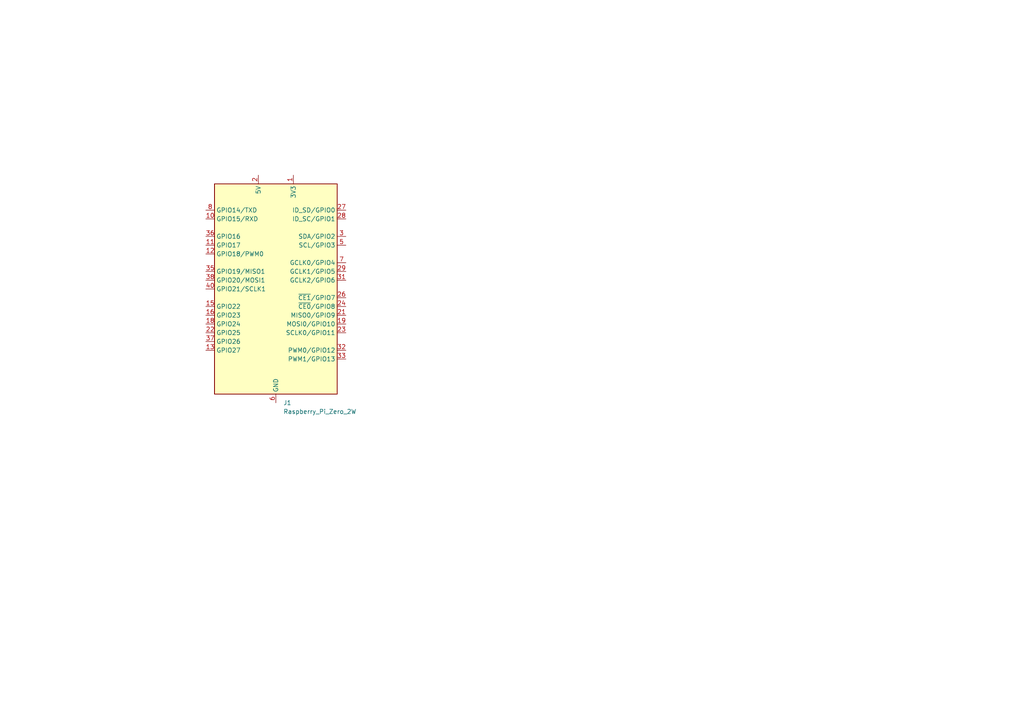
<source format=kicad_sch>
(kicad_sch (version 20250114) (generator "eeschema") (generator_version "9.0")
  (paper "A4")
  (lib_symbols
    (symbol "Connector:Raspberry_Pi_2_3"
      (property "Reference" "J" (at -17.78 31.75 0))
      (property "Value" "Raspberry_Pi_2_3" (at 10.16 -31.75 0))
      (symbol "Raspberry_Pi_2_3_0_1"
        (rectangle (start -17.78 30.48) (end 17.78 -30.48) (stroke (width 0.254)) (fill (type background)))
      )
      (symbol "Raspberry_Pi_2_3_1_1"
        (pin bidirectional line (at -20.32 22.86 0) (length 2.54) (name "GPIO14/TXD") (number "8"))
        (pin bidirectional line (at -20.32 20.32 0) (length 2.54) (name "GPIO15/RXD") (number "10"))
        (pin bidirectional line (at -20.32 15.24 0) (length 2.54) (name "GPIO16") (number "36"))
        (pin bidirectional line (at -20.32 12.7 0) (length 2.54) (name "GPIO17") (number "11"))
        (pin bidirectional line (at -20.32 10.16 0) (length 2.54) (name "GPIO18/PWM0") (number "12"))
        (pin bidirectional line (at -20.32 5.08 0) (length 2.54) (name "GPIO19/MISO1") (number "35"))
        (pin bidirectional line (at -20.32 2.54 0) (length 2.54) (name "GPIO20/MOSI1") (number "38"))
        (pin bidirectional line (at -20.32 0 0) (length 2.54) (name "GPIO21/SCLK1") (number "40"))
        (pin bidirectional line (at -20.32 -5.08 0) (length 2.54) (name "GPIO22") (number "15"))
        (pin bidirectional line (at -20.32 -7.62 0) (length 2.54) (name "GPIO23") (number "16"))
        (pin bidirectional line (at -20.32 -10.16 0) (length 2.54) (name "GPIO24") (number "18"))
        (pin bidirectional line (at -20.32 -12.7 0) (length 2.54) (name "GPIO25") (number "22"))
        (pin bidirectional line (at -20.32 -15.24 0) (length 2.54) (name "GPIO26") (number "37"))
        (pin bidirectional line (at -20.32 -17.78 0) (length 2.54) (name "GPIO27") (number "13"))
        (pin power_in line (at -5.08 33.02 270) (length 2.54) (name "5V") (number "2"))
        (pin passive line (at -5.08 33.02 270) (length 2.54) (hide yes) (name "5V") (number "4"))
        (pin passive line (at 0 -33.02 90) (length 2.54) (hide yes) (name "GND") (number "14"))
        (pin passive line (at 0 -33.02 90) (length 2.54) (hide yes) (name "GND") (number "20"))
        (pin passive line (at 0 -33.02 90) (length 2.54) (hide yes) (name "GND") (number "25"))
        (pin passive line (at 0 -33.02 90) (length 2.54) (hide yes) (name "GND") (number "30"))
        (pin passive line (at 0 -33.02 90) (length 2.54) (hide yes) (name "GND") (number "34"))
        (pin passive line (at 0 -33.02 90) (length 2.54) (hide yes) (name "GND") (number "39"))
        (pin power_in line (at 0 -33.02 90) (length 2.54) (name "GND") (number "6"))
        (pin passive line (at 0 -33.02 90) (length 2.54) (hide yes) (name "GND") (number "9"))
        (pin power_in line (at 5.08 33.02 270) (length 2.54) (name "3V3") (number "1"))
        (pin passive line (at 5.08 33.02 270) (length 2.54) (hide yes) (name "3V3") (number "17"))
        (pin bidirectional line (at 20.32 22.86 180) (length 2.54) (name "ID_SD/GPIO0") (number "27"))
        (pin bidirectional line (at 20.32 20.32 180) (length 2.54) (name "ID_SC/GPIO1") (number "28"))
        (pin bidirectional line (at 20.32 15.24 180) (length 2.54) (name "SDA/GPIO2") (number "3"))
        (pin bidirectional line (at 20.32 12.7 180) (length 2.54) (name "SCL/GPIO3") (number "5"))
        (pin bidirectional line (at 20.32 7.62 180) (length 2.54) (name "GCLK0/GPIO4") (number "7"))
        (pin bidirectional line (at 20.32 5.08 180) (length 2.54) (name "GCLK1/GPIO5") (number "29"))
        (pin bidirectional line (at 20.32 2.54 180) (length 2.54) (name "GCLK2/GPIO6") (number "31"))
        (pin bidirectional line (at 20.32 -2.54 180) (length 2.54) (name "~{CE1}/GPIO7") (number "26"))
        (pin bidirectional line (at 20.32 -5.08 180) (length 2.54) (name "~{CE0}/GPIO8") (number "24"))
        (pin bidirectional line (at 20.32 -7.62 180) (length 2.54) (name "MISO0/GPIO9") (number "21"))
        (pin bidirectional line (at 20.32 -10.16 180) (length 2.54) (name "MOSI0/GPIO10") (number "19"))
        (pin bidirectional line (at 20.32 -12.7 180) (length 2.54) (name "SCLK0/GPIO11") (number "23"))
        (pin bidirectional line (at 20.32 -17.78 180) (length 2.54) (name "PWM0/GPIO12") (number "32"))
        (pin bidirectional line (at 20.32 -20.32 180) (length 2.54) (name "PWM1/GPIO13") (number "33"))
      )
    )
  )
  (symbol (lib_id "Connector:Raspberry_Pi_2_3") (at 80.01 83.82 0) (unit 1)
    (property "Reference" "J1" (at 82.1533 116.84 0) (effects (justify left)))
    (property "Value" "Raspberry_Pi_Zero_2W" (at 82.1533 119.38 0) (effects (justify left)))
    (property "Datasheet" "https://www.raspberrypi.org/documentation/hardware/raspberrypi/schematics/rpi_SCH_3bplus_1p0_reduced.pdf" (effects (hide yes)))
    (property "Description" "expansion header for Raspberry Pi 2 & 3" (effects (hide yes)))
  )
)
</source>
